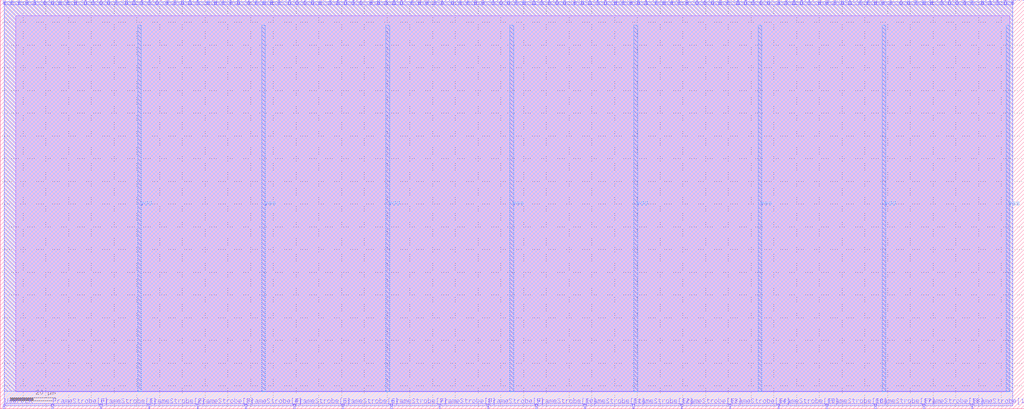
<source format=lef>
VERSION 5.7 ;
  NOWIREEXTENSIONATPIN ON ;
  DIVIDERCHAR "/" ;
  BUSBITCHARS "[]" ;
MACRO S_term_single2
  CLASS BLOCK ;
  FOREIGN S_term_single2 ;
  ORIGIN 0.000 0.000 ;
  SIZE 450.000 BY 180.000 ;
  PIN FrameStrobe[0]
    DIRECTION INPUT ;
    USE SIGNAL ;
    PORT
      LAYER Metal2 ;
        RECT 22.680 0.000 23.240 2.000 ;
    END
  END FrameStrobe[0]
  PIN FrameStrobe[10]
    DIRECTION INPUT ;
    USE SIGNAL ;
    PORT
      LAYER Metal2 ;
        RECT 235.480 0.000 236.040 2.000 ;
    END
  END FrameStrobe[10]
  PIN FrameStrobe[11]
    DIRECTION INPUT ;
    USE SIGNAL ;
    PORT
      LAYER Metal2 ;
        RECT 256.760 0.000 257.320 2.000 ;
    END
  END FrameStrobe[11]
  PIN FrameStrobe[12]
    DIRECTION INPUT ;
    USE SIGNAL ;
    PORT
      LAYER Metal2 ;
        RECT 278.040 0.000 278.600 2.000 ;
    END
  END FrameStrobe[12]
  PIN FrameStrobe[13]
    DIRECTION INPUT ;
    USE SIGNAL ;
    PORT
      LAYER Metal2 ;
        RECT 299.320 0.000 299.880 2.000 ;
    END
  END FrameStrobe[13]
  PIN FrameStrobe[14]
    DIRECTION INPUT ;
    USE SIGNAL ;
    PORT
      LAYER Metal2 ;
        RECT 320.600 0.000 321.160 2.000 ;
    END
  END FrameStrobe[14]
  PIN FrameStrobe[15]
    DIRECTION INPUT ;
    USE SIGNAL ;
    PORT
      LAYER Metal2 ;
        RECT 341.880 0.000 342.440 2.000 ;
    END
  END FrameStrobe[15]
  PIN FrameStrobe[16]
    DIRECTION INPUT ;
    USE SIGNAL ;
    PORT
      LAYER Metal2 ;
        RECT 363.160 0.000 363.720 2.000 ;
    END
  END FrameStrobe[16]
  PIN FrameStrobe[17]
    DIRECTION INPUT ;
    USE SIGNAL ;
    PORT
      LAYER Metal2 ;
        RECT 384.440 0.000 385.000 2.000 ;
    END
  END FrameStrobe[17]
  PIN FrameStrobe[18]
    DIRECTION INPUT ;
    USE SIGNAL ;
    PORT
      LAYER Metal2 ;
        RECT 405.720 0.000 406.280 2.000 ;
    END
  END FrameStrobe[18]
  PIN FrameStrobe[19]
    DIRECTION INPUT ;
    USE SIGNAL ;
    PORT
      LAYER Metal2 ;
        RECT 427.000 0.000 427.560 2.000 ;
    END
  END FrameStrobe[19]
  PIN FrameStrobe[1]
    DIRECTION INPUT ;
    USE SIGNAL ;
    PORT
      LAYER Metal2 ;
        RECT 43.960 0.000 44.520 2.000 ;
    END
  END FrameStrobe[1]
  PIN FrameStrobe[2]
    DIRECTION INPUT ;
    USE SIGNAL ;
    PORT
      LAYER Metal2 ;
        RECT 65.240 0.000 65.800 2.000 ;
    END
  END FrameStrobe[2]
  PIN FrameStrobe[3]
    DIRECTION INPUT ;
    USE SIGNAL ;
    PORT
      LAYER Metal2 ;
        RECT 86.520 0.000 87.080 2.000 ;
    END
  END FrameStrobe[3]
  PIN FrameStrobe[4]
    DIRECTION INPUT ;
    USE SIGNAL ;
    PORT
      LAYER Metal2 ;
        RECT 107.800 0.000 108.360 2.000 ;
    END
  END FrameStrobe[4]
  PIN FrameStrobe[5]
    DIRECTION INPUT ;
    USE SIGNAL ;
    PORT
      LAYER Metal2 ;
        RECT 129.080 0.000 129.640 2.000 ;
    END
  END FrameStrobe[5]
  PIN FrameStrobe[6]
    DIRECTION INPUT ;
    USE SIGNAL ;
    PORT
      LAYER Metal2 ;
        RECT 150.360 0.000 150.920 2.000 ;
    END
  END FrameStrobe[6]
  PIN FrameStrobe[7]
    DIRECTION INPUT ;
    USE SIGNAL ;
    PORT
      LAYER Metal2 ;
        RECT 171.640 0.000 172.200 2.000 ;
    END
  END FrameStrobe[7]
  PIN FrameStrobe[8]
    DIRECTION INPUT ;
    USE SIGNAL ;
    PORT
      LAYER Metal2 ;
        RECT 192.920 0.000 193.480 2.000 ;
    END
  END FrameStrobe[8]
  PIN FrameStrobe[9]
    DIRECTION INPUT ;
    USE SIGNAL ;
    PORT
      LAYER Metal2 ;
        RECT 214.200 0.000 214.760 2.000 ;
    END
  END FrameStrobe[9]
  PIN FrameStrobe_O[0]
    DIRECTION OUTPUT TRISTATE ;
    USE SIGNAL ;
    PORT
      LAYER Metal2 ;
        RECT 377.720 178.000 378.280 180.000 ;
    END
  END FrameStrobe_O[0]
  PIN FrameStrobe_O[10]
    DIRECTION OUTPUT TRISTATE ;
    USE SIGNAL ;
    PORT
      LAYER Metal2 ;
        RECT 413.560 178.000 414.120 180.000 ;
    END
  END FrameStrobe_O[10]
  PIN FrameStrobe_O[11]
    DIRECTION OUTPUT TRISTATE ;
    USE SIGNAL ;
    PORT
      LAYER Metal2 ;
        RECT 416.920 178.000 417.480 180.000 ;
    END
  END FrameStrobe_O[11]
  PIN FrameStrobe_O[12]
    DIRECTION OUTPUT TRISTATE ;
    USE SIGNAL ;
    PORT
      LAYER Metal2 ;
        RECT 420.280 178.000 420.840 180.000 ;
    END
  END FrameStrobe_O[12]
  PIN FrameStrobe_O[13]
    DIRECTION OUTPUT TRISTATE ;
    USE SIGNAL ;
    PORT
      LAYER Metal2 ;
        RECT 423.640 178.000 424.200 180.000 ;
    END
  END FrameStrobe_O[13]
  PIN FrameStrobe_O[14]
    DIRECTION OUTPUT TRISTATE ;
    USE SIGNAL ;
    PORT
      LAYER Metal2 ;
        RECT 427.000 178.000 427.560 180.000 ;
    END
  END FrameStrobe_O[14]
  PIN FrameStrobe_O[15]
    DIRECTION OUTPUT TRISTATE ;
    USE SIGNAL ;
    PORT
      LAYER Metal2 ;
        RECT 431.480 178.000 432.040 180.000 ;
    END
  END FrameStrobe_O[15]
  PIN FrameStrobe_O[16]
    DIRECTION OUTPUT TRISTATE ;
    USE SIGNAL ;
    PORT
      LAYER Metal2 ;
        RECT 434.840 178.000 435.400 180.000 ;
    END
  END FrameStrobe_O[16]
  PIN FrameStrobe_O[17]
    DIRECTION OUTPUT TRISTATE ;
    USE SIGNAL ;
    PORT
      LAYER Metal2 ;
        RECT 438.200 178.000 438.760 180.000 ;
    END
  END FrameStrobe_O[17]
  PIN FrameStrobe_O[18]
    DIRECTION OUTPUT TRISTATE ;
    USE SIGNAL ;
    PORT
      LAYER Metal2 ;
        RECT 441.560 178.000 442.120 180.000 ;
    END
  END FrameStrobe_O[18]
  PIN FrameStrobe_O[19]
    DIRECTION OUTPUT TRISTATE ;
    USE SIGNAL ;
    PORT
      LAYER Metal2 ;
        RECT 444.920 178.000 445.480 180.000 ;
    END
  END FrameStrobe_O[19]
  PIN FrameStrobe_O[1]
    DIRECTION OUTPUT TRISTATE ;
    USE SIGNAL ;
    PORT
      LAYER Metal2 ;
        RECT 381.080 178.000 381.640 180.000 ;
    END
  END FrameStrobe_O[1]
  PIN FrameStrobe_O[2]
    DIRECTION OUTPUT TRISTATE ;
    USE SIGNAL ;
    PORT
      LAYER Metal2 ;
        RECT 384.440 178.000 385.000 180.000 ;
    END
  END FrameStrobe_O[2]
  PIN FrameStrobe_O[3]
    DIRECTION OUTPUT TRISTATE ;
    USE SIGNAL ;
    PORT
      LAYER Metal2 ;
        RECT 387.800 178.000 388.360 180.000 ;
    END
  END FrameStrobe_O[3]
  PIN FrameStrobe_O[4]
    DIRECTION OUTPUT TRISTATE ;
    USE SIGNAL ;
    PORT
      LAYER Metal2 ;
        RECT 391.160 178.000 391.720 180.000 ;
    END
  END FrameStrobe_O[4]
  PIN FrameStrobe_O[5]
    DIRECTION OUTPUT TRISTATE ;
    USE SIGNAL ;
    PORT
      LAYER Metal2 ;
        RECT 395.640 178.000 396.200 180.000 ;
    END
  END FrameStrobe_O[5]
  PIN FrameStrobe_O[6]
    DIRECTION OUTPUT TRISTATE ;
    USE SIGNAL ;
    PORT
      LAYER Metal2 ;
        RECT 399.000 178.000 399.560 180.000 ;
    END
  END FrameStrobe_O[6]
  PIN FrameStrobe_O[7]
    DIRECTION OUTPUT TRISTATE ;
    USE SIGNAL ;
    PORT
      LAYER Metal2 ;
        RECT 402.360 178.000 402.920 180.000 ;
    END
  END FrameStrobe_O[7]
  PIN FrameStrobe_O[8]
    DIRECTION OUTPUT TRISTATE ;
    USE SIGNAL ;
    PORT
      LAYER Metal2 ;
        RECT 405.720 178.000 406.280 180.000 ;
    END
  END FrameStrobe_O[8]
  PIN FrameStrobe_O[9]
    DIRECTION OUTPUT TRISTATE ;
    USE SIGNAL ;
    PORT
      LAYER Metal2 ;
        RECT 409.080 178.000 409.640 180.000 ;
    END
  END FrameStrobe_O[9]
  PIN N1BEG[0]
    DIRECTION OUTPUT TRISTATE ;
    USE SIGNAL ;
    PORT
      LAYER Metal2 ;
        RECT 1.400 178.000 1.960 180.000 ;
    END
  END N1BEG[0]
  PIN N1BEG[1]
    DIRECTION OUTPUT TRISTATE ;
    USE SIGNAL ;
    PORT
      LAYER Metal2 ;
        RECT 4.760 178.000 5.320 180.000 ;
    END
  END N1BEG[1]
  PIN N1BEG[2]
    DIRECTION OUTPUT TRISTATE ;
    USE SIGNAL ;
    PORT
      LAYER Metal2 ;
        RECT 8.120 178.000 8.680 180.000 ;
    END
  END N1BEG[2]
  PIN N1BEG[3]
    DIRECTION OUTPUT TRISTATE ;
    USE SIGNAL ;
    PORT
      LAYER Metal2 ;
        RECT 11.480 178.000 12.040 180.000 ;
    END
  END N1BEG[3]
  PIN N2BEG[0]
    DIRECTION OUTPUT TRISTATE ;
    USE SIGNAL ;
    PORT
      LAYER Metal2 ;
        RECT 14.840 178.000 15.400 180.000 ;
    END
  END N2BEG[0]
  PIN N2BEG[1]
    DIRECTION OUTPUT TRISTATE ;
    USE SIGNAL ;
    PORT
      LAYER Metal2 ;
        RECT 19.320 178.000 19.880 180.000 ;
    END
  END N2BEG[1]
  PIN N2BEG[2]
    DIRECTION OUTPUT TRISTATE ;
    USE SIGNAL ;
    PORT
      LAYER Metal2 ;
        RECT 22.680 178.000 23.240 180.000 ;
    END
  END N2BEG[2]
  PIN N2BEG[3]
    DIRECTION OUTPUT TRISTATE ;
    USE SIGNAL ;
    PORT
      LAYER Metal2 ;
        RECT 26.040 178.000 26.600 180.000 ;
    END
  END N2BEG[3]
  PIN N2BEG[4]
    DIRECTION OUTPUT TRISTATE ;
    USE SIGNAL ;
    PORT
      LAYER Metal2 ;
        RECT 29.400 178.000 29.960 180.000 ;
    END
  END N2BEG[4]
  PIN N2BEG[5]
    DIRECTION OUTPUT TRISTATE ;
    USE SIGNAL ;
    PORT
      LAYER Metal2 ;
        RECT 32.760 178.000 33.320 180.000 ;
    END
  END N2BEG[5]
  PIN N2BEG[6]
    DIRECTION OUTPUT TRISTATE ;
    USE SIGNAL ;
    PORT
      LAYER Metal2 ;
        RECT 37.240 178.000 37.800 180.000 ;
    END
  END N2BEG[6]
  PIN N2BEG[7]
    DIRECTION OUTPUT TRISTATE ;
    USE SIGNAL ;
    PORT
      LAYER Metal2 ;
        RECT 40.600 178.000 41.160 180.000 ;
    END
  END N2BEG[7]
  PIN N2BEGb[0]
    DIRECTION OUTPUT TRISTATE ;
    USE SIGNAL ;
    PORT
      LAYER Metal2 ;
        RECT 43.960 178.000 44.520 180.000 ;
    END
  END N2BEGb[0]
  PIN N2BEGb[1]
    DIRECTION OUTPUT TRISTATE ;
    USE SIGNAL ;
    PORT
      LAYER Metal2 ;
        RECT 47.320 178.000 47.880 180.000 ;
    END
  END N2BEGb[1]
  PIN N2BEGb[2]
    DIRECTION OUTPUT TRISTATE ;
    USE SIGNAL ;
    PORT
      LAYER Metal2 ;
        RECT 50.680 178.000 51.240 180.000 ;
    END
  END N2BEGb[2]
  PIN N2BEGb[3]
    DIRECTION OUTPUT TRISTATE ;
    USE SIGNAL ;
    PORT
      LAYER Metal2 ;
        RECT 55.160 178.000 55.720 180.000 ;
    END
  END N2BEGb[3]
  PIN N2BEGb[4]
    DIRECTION OUTPUT TRISTATE ;
    USE SIGNAL ;
    PORT
      LAYER Metal2 ;
        RECT 58.520 178.000 59.080 180.000 ;
    END
  END N2BEGb[4]
  PIN N2BEGb[5]
    DIRECTION OUTPUT TRISTATE ;
    USE SIGNAL ;
    PORT
      LAYER Metal2 ;
        RECT 61.880 178.000 62.440 180.000 ;
    END
  END N2BEGb[5]
  PIN N2BEGb[6]
    DIRECTION OUTPUT TRISTATE ;
    USE SIGNAL ;
    PORT
      LAYER Metal2 ;
        RECT 65.240 178.000 65.800 180.000 ;
    END
  END N2BEGb[6]
  PIN N2BEGb[7]
    DIRECTION OUTPUT TRISTATE ;
    USE SIGNAL ;
    PORT
      LAYER Metal2 ;
        RECT 68.600 178.000 69.160 180.000 ;
    END
  END N2BEGb[7]
  PIN N4BEG[0]
    DIRECTION OUTPUT TRISTATE ;
    USE SIGNAL ;
    PORT
      LAYER Metal2 ;
        RECT 73.080 178.000 73.640 180.000 ;
    END
  END N4BEG[0]
  PIN N4BEG[10]
    DIRECTION OUTPUT TRISTATE ;
    USE SIGNAL ;
    PORT
      LAYER Metal2 ;
        RECT 108.920 178.000 109.480 180.000 ;
    END
  END N4BEG[10]
  PIN N4BEG[11]
    DIRECTION OUTPUT TRISTATE ;
    USE SIGNAL ;
    PORT
      LAYER Metal2 ;
        RECT 112.280 178.000 112.840 180.000 ;
    END
  END N4BEG[11]
  PIN N4BEG[12]
    DIRECTION OUTPUT TRISTATE ;
    USE SIGNAL ;
    PORT
      LAYER Metal2 ;
        RECT 115.640 178.000 116.200 180.000 ;
    END
  END N4BEG[12]
  PIN N4BEG[13]
    DIRECTION OUTPUT TRISTATE ;
    USE SIGNAL ;
    PORT
      LAYER Metal2 ;
        RECT 119.000 178.000 119.560 180.000 ;
    END
  END N4BEG[13]
  PIN N4BEG[14]
    DIRECTION OUTPUT TRISTATE ;
    USE SIGNAL ;
    PORT
      LAYER Metal2 ;
        RECT 122.360 178.000 122.920 180.000 ;
    END
  END N4BEG[14]
  PIN N4BEG[15]
    DIRECTION OUTPUT TRISTATE ;
    USE SIGNAL ;
    PORT
      LAYER Metal2 ;
        RECT 126.840 178.000 127.400 180.000 ;
    END
  END N4BEG[15]
  PIN N4BEG[1]
    DIRECTION OUTPUT TRISTATE ;
    USE SIGNAL ;
    PORT
      LAYER Metal2 ;
        RECT 76.440 178.000 77.000 180.000 ;
    END
  END N4BEG[1]
  PIN N4BEG[2]
    DIRECTION OUTPUT TRISTATE ;
    USE SIGNAL ;
    PORT
      LAYER Metal2 ;
        RECT 79.800 178.000 80.360 180.000 ;
    END
  END N4BEG[2]
  PIN N4BEG[3]
    DIRECTION OUTPUT TRISTATE ;
    USE SIGNAL ;
    PORT
      LAYER Metal2 ;
        RECT 83.160 178.000 83.720 180.000 ;
    END
  END N4BEG[3]
  PIN N4BEG[4]
    DIRECTION OUTPUT TRISTATE ;
    USE SIGNAL ;
    PORT
      LAYER Metal2 ;
        RECT 86.520 178.000 87.080 180.000 ;
    END
  END N4BEG[4]
  PIN N4BEG[5]
    DIRECTION OUTPUT TRISTATE ;
    USE SIGNAL ;
    PORT
      LAYER Metal2 ;
        RECT 91.000 178.000 91.560 180.000 ;
    END
  END N4BEG[5]
  PIN N4BEG[6]
    DIRECTION OUTPUT TRISTATE ;
    USE SIGNAL ;
    PORT
      LAYER Metal2 ;
        RECT 94.360 178.000 94.920 180.000 ;
    END
  END N4BEG[6]
  PIN N4BEG[7]
    DIRECTION OUTPUT TRISTATE ;
    USE SIGNAL ;
    PORT
      LAYER Metal2 ;
        RECT 97.720 178.000 98.280 180.000 ;
    END
  END N4BEG[7]
  PIN N4BEG[8]
    DIRECTION OUTPUT TRISTATE ;
    USE SIGNAL ;
    PORT
      LAYER Metal2 ;
        RECT 101.080 178.000 101.640 180.000 ;
    END
  END N4BEG[8]
  PIN N4BEG[9]
    DIRECTION OUTPUT TRISTATE ;
    USE SIGNAL ;
    PORT
      LAYER Metal2 ;
        RECT 104.440 178.000 105.000 180.000 ;
    END
  END N4BEG[9]
  PIN NN4BEG[0]
    DIRECTION OUTPUT TRISTATE ;
    USE SIGNAL ;
    PORT
      LAYER Metal2 ;
        RECT 130.200 178.000 130.760 180.000 ;
    END
  END NN4BEG[0]
  PIN NN4BEG[10]
    DIRECTION OUTPUT TRISTATE ;
    USE SIGNAL ;
    PORT
      LAYER Metal2 ;
        RECT 166.040 178.000 166.600 180.000 ;
    END
  END NN4BEG[10]
  PIN NN4BEG[11]
    DIRECTION OUTPUT TRISTATE ;
    USE SIGNAL ;
    PORT
      LAYER Metal2 ;
        RECT 169.400 178.000 169.960 180.000 ;
    END
  END NN4BEG[11]
  PIN NN4BEG[12]
    DIRECTION OUTPUT TRISTATE ;
    USE SIGNAL ;
    PORT
      LAYER Metal2 ;
        RECT 172.760 178.000 173.320 180.000 ;
    END
  END NN4BEG[12]
  PIN NN4BEG[13]
    DIRECTION OUTPUT TRISTATE ;
    USE SIGNAL ;
    PORT
      LAYER Metal2 ;
        RECT 176.120 178.000 176.680 180.000 ;
    END
  END NN4BEG[13]
  PIN NN4BEG[14]
    DIRECTION OUTPUT TRISTATE ;
    USE SIGNAL ;
    PORT
      LAYER Metal2 ;
        RECT 180.600 178.000 181.160 180.000 ;
    END
  END NN4BEG[14]
  PIN NN4BEG[15]
    DIRECTION OUTPUT TRISTATE ;
    USE SIGNAL ;
    PORT
      LAYER Metal2 ;
        RECT 183.960 178.000 184.520 180.000 ;
    END
  END NN4BEG[15]
  PIN NN4BEG[1]
    DIRECTION OUTPUT TRISTATE ;
    USE SIGNAL ;
    PORT
      LAYER Metal2 ;
        RECT 133.560 178.000 134.120 180.000 ;
    END
  END NN4BEG[1]
  PIN NN4BEG[2]
    DIRECTION OUTPUT TRISTATE ;
    USE SIGNAL ;
    PORT
      LAYER Metal2 ;
        RECT 136.920 178.000 137.480 180.000 ;
    END
  END NN4BEG[2]
  PIN NN4BEG[3]
    DIRECTION OUTPUT TRISTATE ;
    USE SIGNAL ;
    PORT
      LAYER Metal2 ;
        RECT 140.280 178.000 140.840 180.000 ;
    END
  END NN4BEG[3]
  PIN NN4BEG[4]
    DIRECTION OUTPUT TRISTATE ;
    USE SIGNAL ;
    PORT
      LAYER Metal2 ;
        RECT 144.760 178.000 145.320 180.000 ;
    END
  END NN4BEG[4]
  PIN NN4BEG[5]
    DIRECTION OUTPUT TRISTATE ;
    USE SIGNAL ;
    PORT
      LAYER Metal2 ;
        RECT 148.120 178.000 148.680 180.000 ;
    END
  END NN4BEG[5]
  PIN NN4BEG[6]
    DIRECTION OUTPUT TRISTATE ;
    USE SIGNAL ;
    PORT
      LAYER Metal2 ;
        RECT 151.480 178.000 152.040 180.000 ;
    END
  END NN4BEG[6]
  PIN NN4BEG[7]
    DIRECTION OUTPUT TRISTATE ;
    USE SIGNAL ;
    PORT
      LAYER Metal2 ;
        RECT 154.840 178.000 155.400 180.000 ;
    END
  END NN4BEG[7]
  PIN NN4BEG[8]
    DIRECTION OUTPUT TRISTATE ;
    USE SIGNAL ;
    PORT
      LAYER Metal2 ;
        RECT 158.200 178.000 158.760 180.000 ;
    END
  END NN4BEG[8]
  PIN NN4BEG[9]
    DIRECTION OUTPUT TRISTATE ;
    USE SIGNAL ;
    PORT
      LAYER Metal2 ;
        RECT 162.680 178.000 163.240 180.000 ;
    END
  END NN4BEG[9]
  PIN S1END[0]
    DIRECTION INPUT ;
    USE SIGNAL ;
    PORT
      LAYER Metal2 ;
        RECT 187.320 178.000 187.880 180.000 ;
    END
  END S1END[0]
  PIN S1END[1]
    DIRECTION INPUT ;
    USE SIGNAL ;
    PORT
      LAYER Metal2 ;
        RECT 190.680 178.000 191.240 180.000 ;
    END
  END S1END[1]
  PIN S1END[2]
    DIRECTION INPUT ;
    USE SIGNAL ;
    PORT
      LAYER Metal2 ;
        RECT 194.040 178.000 194.600 180.000 ;
    END
  END S1END[2]
  PIN S1END[3]
    DIRECTION INPUT ;
    USE SIGNAL ;
    PORT
      LAYER Metal2 ;
        RECT 198.520 178.000 199.080 180.000 ;
    END
  END S1END[3]
  PIN S2END[0]
    DIRECTION INPUT ;
    USE SIGNAL ;
    PORT
      LAYER Metal2 ;
        RECT 229.880 178.000 230.440 180.000 ;
    END
  END S2END[0]
  PIN S2END[1]
    DIRECTION INPUT ;
    USE SIGNAL ;
    PORT
      LAYER Metal2 ;
        RECT 234.360 178.000 234.920 180.000 ;
    END
  END S2END[1]
  PIN S2END[2]
    DIRECTION INPUT ;
    USE SIGNAL ;
    PORT
      LAYER Metal2 ;
        RECT 237.720 178.000 238.280 180.000 ;
    END
  END S2END[2]
  PIN S2END[3]
    DIRECTION INPUT ;
    USE SIGNAL ;
    PORT
      LAYER Metal2 ;
        RECT 241.080 178.000 241.640 180.000 ;
    END
  END S2END[3]
  PIN S2END[4]
    DIRECTION INPUT ;
    USE SIGNAL ;
    PORT
      LAYER Metal2 ;
        RECT 244.440 178.000 245.000 180.000 ;
    END
  END S2END[4]
  PIN S2END[5]
    DIRECTION INPUT ;
    USE SIGNAL ;
    PORT
      LAYER Metal2 ;
        RECT 247.800 178.000 248.360 180.000 ;
    END
  END S2END[5]
  PIN S2END[6]
    DIRECTION INPUT ;
    USE SIGNAL ;
    PORT
      LAYER Metal2 ;
        RECT 252.280 178.000 252.840 180.000 ;
    END
  END S2END[6]
  PIN S2END[7]
    DIRECTION INPUT ;
    USE SIGNAL ;
    PORT
      LAYER Metal2 ;
        RECT 255.640 178.000 256.200 180.000 ;
    END
  END S2END[7]
  PIN S2MID[0]
    DIRECTION INPUT ;
    USE SIGNAL ;
    PORT
      LAYER Metal2 ;
        RECT 201.880 178.000 202.440 180.000 ;
    END
  END S2MID[0]
  PIN S2MID[1]
    DIRECTION INPUT ;
    USE SIGNAL ;
    PORT
      LAYER Metal2 ;
        RECT 205.240 178.000 205.800 180.000 ;
    END
  END S2MID[1]
  PIN S2MID[2]
    DIRECTION INPUT ;
    USE SIGNAL ;
    PORT
      LAYER Metal2 ;
        RECT 208.600 178.000 209.160 180.000 ;
    END
  END S2MID[2]
  PIN S2MID[3]
    DIRECTION INPUT ;
    USE SIGNAL ;
    PORT
      LAYER Metal2 ;
        RECT 211.960 178.000 212.520 180.000 ;
    END
  END S2MID[3]
  PIN S2MID[4]
    DIRECTION INPUT ;
    USE SIGNAL ;
    PORT
      LAYER Metal2 ;
        RECT 216.440 178.000 217.000 180.000 ;
    END
  END S2MID[4]
  PIN S2MID[5]
    DIRECTION INPUT ;
    USE SIGNAL ;
    PORT
      LAYER Metal2 ;
        RECT 219.800 178.000 220.360 180.000 ;
    END
  END S2MID[5]
  PIN S2MID[6]
    DIRECTION INPUT ;
    USE SIGNAL ;
    PORT
      LAYER Metal2 ;
        RECT 223.160 178.000 223.720 180.000 ;
    END
  END S2MID[6]
  PIN S2MID[7]
    DIRECTION INPUT ;
    USE SIGNAL ;
    PORT
      LAYER Metal2 ;
        RECT 226.520 178.000 227.080 180.000 ;
    END
  END S2MID[7]
  PIN S4END[0]
    DIRECTION INPUT ;
    USE SIGNAL ;
    PORT
      LAYER Metal2 ;
        RECT 259.000 178.000 259.560 180.000 ;
    END
  END S4END[0]
  PIN S4END[10]
    DIRECTION INPUT ;
    USE SIGNAL ;
    PORT
      LAYER Metal2 ;
        RECT 294.840 178.000 295.400 180.000 ;
    END
  END S4END[10]
  PIN S4END[11]
    DIRECTION INPUT ;
    USE SIGNAL ;
    PORT
      LAYER Metal2 ;
        RECT 298.200 178.000 298.760 180.000 ;
    END
  END S4END[11]
  PIN S4END[12]
    DIRECTION INPUT ;
    USE SIGNAL ;
    PORT
      LAYER Metal2 ;
        RECT 301.560 178.000 302.120 180.000 ;
    END
  END S4END[12]
  PIN S4END[13]
    DIRECTION INPUT ;
    USE SIGNAL ;
    PORT
      LAYER Metal2 ;
        RECT 306.040 178.000 306.600 180.000 ;
    END
  END S4END[13]
  PIN S4END[14]
    DIRECTION INPUT ;
    USE SIGNAL ;
    PORT
      LAYER Metal2 ;
        RECT 309.400 178.000 309.960 180.000 ;
    END
  END S4END[14]
  PIN S4END[15]
    DIRECTION INPUT ;
    USE SIGNAL ;
    PORT
      LAYER Metal2 ;
        RECT 312.760 178.000 313.320 180.000 ;
    END
  END S4END[15]
  PIN S4END[1]
    DIRECTION INPUT ;
    USE SIGNAL ;
    PORT
      LAYER Metal2 ;
        RECT 262.360 178.000 262.920 180.000 ;
    END
  END S4END[1]
  PIN S4END[2]
    DIRECTION INPUT ;
    USE SIGNAL ;
    PORT
      LAYER Metal2 ;
        RECT 265.720 178.000 266.280 180.000 ;
    END
  END S4END[2]
  PIN S4END[3]
    DIRECTION INPUT ;
    USE SIGNAL ;
    PORT
      LAYER Metal2 ;
        RECT 270.200 178.000 270.760 180.000 ;
    END
  END S4END[3]
  PIN S4END[4]
    DIRECTION INPUT ;
    USE SIGNAL ;
    PORT
      LAYER Metal2 ;
        RECT 273.560 178.000 274.120 180.000 ;
    END
  END S4END[4]
  PIN S4END[5]
    DIRECTION INPUT ;
    USE SIGNAL ;
    PORT
      LAYER Metal2 ;
        RECT 276.920 178.000 277.480 180.000 ;
    END
  END S4END[5]
  PIN S4END[6]
    DIRECTION INPUT ;
    USE SIGNAL ;
    PORT
      LAYER Metal2 ;
        RECT 280.280 178.000 280.840 180.000 ;
    END
  END S4END[6]
  PIN S4END[7]
    DIRECTION INPUT ;
    USE SIGNAL ;
    PORT
      LAYER Metal2 ;
        RECT 283.640 178.000 284.200 180.000 ;
    END
  END S4END[7]
  PIN S4END[8]
    DIRECTION INPUT ;
    USE SIGNAL ;
    PORT
      LAYER Metal2 ;
        RECT 288.120 178.000 288.680 180.000 ;
    END
  END S4END[8]
  PIN S4END[9]
    DIRECTION INPUT ;
    USE SIGNAL ;
    PORT
      LAYER Metal2 ;
        RECT 291.480 178.000 292.040 180.000 ;
    END
  END S4END[9]
  PIN SS4END[0]
    DIRECTION INPUT ;
    USE SIGNAL ;
    PORT
      LAYER Metal2 ;
        RECT 316.120 178.000 316.680 180.000 ;
    END
  END SS4END[0]
  PIN SS4END[10]
    DIRECTION INPUT ;
    USE SIGNAL ;
    PORT
      LAYER Metal2 ;
        RECT 351.960 178.000 352.520 180.000 ;
    END
  END SS4END[10]
  PIN SS4END[11]
    DIRECTION INPUT ;
    USE SIGNAL ;
    PORT
      LAYER Metal2 ;
        RECT 355.320 178.000 355.880 180.000 ;
    END
  END SS4END[11]
  PIN SS4END[12]
    DIRECTION INPUT ;
    USE SIGNAL ;
    PORT
      LAYER Metal2 ;
        RECT 359.800 178.000 360.360 180.000 ;
    END
  END SS4END[12]
  PIN SS4END[13]
    DIRECTION INPUT ;
    USE SIGNAL ;
    PORT
      LAYER Metal2 ;
        RECT 363.160 178.000 363.720 180.000 ;
    END
  END SS4END[13]
  PIN SS4END[14]
    DIRECTION INPUT ;
    USE SIGNAL ;
    PORT
      LAYER Metal2 ;
        RECT 366.520 178.000 367.080 180.000 ;
    END
  END SS4END[14]
  PIN SS4END[15]
    DIRECTION INPUT ;
    USE SIGNAL ;
    PORT
      LAYER Metal2 ;
        RECT 369.880 178.000 370.440 180.000 ;
    END
  END SS4END[15]
  PIN SS4END[1]
    DIRECTION INPUT ;
    USE SIGNAL ;
    PORT
      LAYER Metal2 ;
        RECT 319.480 178.000 320.040 180.000 ;
    END
  END SS4END[1]
  PIN SS4END[2]
    DIRECTION INPUT ;
    USE SIGNAL ;
    PORT
      LAYER Metal2 ;
        RECT 323.960 178.000 324.520 180.000 ;
    END
  END SS4END[2]
  PIN SS4END[3]
    DIRECTION INPUT ;
    USE SIGNAL ;
    PORT
      LAYER Metal2 ;
        RECT 327.320 178.000 327.880 180.000 ;
    END
  END SS4END[3]
  PIN SS4END[4]
    DIRECTION INPUT ;
    USE SIGNAL ;
    PORT
      LAYER Metal2 ;
        RECT 330.680 178.000 331.240 180.000 ;
    END
  END SS4END[4]
  PIN SS4END[5]
    DIRECTION INPUT ;
    USE SIGNAL ;
    PORT
      LAYER Metal2 ;
        RECT 334.040 178.000 334.600 180.000 ;
    END
  END SS4END[5]
  PIN SS4END[6]
    DIRECTION INPUT ;
    USE SIGNAL ;
    PORT
      LAYER Metal2 ;
        RECT 337.400 178.000 337.960 180.000 ;
    END
  END SS4END[6]
  PIN SS4END[7]
    DIRECTION INPUT ;
    USE SIGNAL ;
    PORT
      LAYER Metal2 ;
        RECT 341.880 178.000 342.440 180.000 ;
    END
  END SS4END[7]
  PIN SS4END[8]
    DIRECTION INPUT ;
    USE SIGNAL ;
    PORT
      LAYER Metal2 ;
        RECT 345.240 178.000 345.800 180.000 ;
    END
  END SS4END[8]
  PIN SS4END[9]
    DIRECTION INPUT ;
    USE SIGNAL ;
    PORT
      LAYER Metal2 ;
        RECT 348.600 178.000 349.160 180.000 ;
    END
  END SS4END[9]
  PIN UserCLK
    DIRECTION INPUT ;
    USE SIGNAL ;
    PORT
      LAYER Metal2 ;
        RECT 1.400 0.000 1.960 2.000 ;
    END
  END UserCLK
  PIN UserCLKo
    DIRECTION OUTPUT TRISTATE ;
    USE SIGNAL ;
    PORT
      LAYER Metal2 ;
        RECT 373.240 178.000 373.800 180.000 ;
    END
  END UserCLKo
  PIN vdd
    DIRECTION INOUT ;
    USE POWER ;
    PORT
      LAYER Metal4 ;
        RECT 60.445 7.540 62.045 168.860 ;
    END
    PORT
      LAYER Metal4 ;
        RECT 169.500 7.540 171.100 168.860 ;
    END
    PORT
      LAYER Metal4 ;
        RECT 278.555 7.540 280.155 168.860 ;
    END
    PORT
      LAYER Metal4 ;
        RECT 387.610 7.540 389.210 168.860 ;
    END
  END vdd
  PIN vss
    DIRECTION INOUT ;
    USE GROUND ;
    PORT
      LAYER Metal4 ;
        RECT 114.970 7.540 116.570 168.860 ;
    END
    PORT
      LAYER Metal4 ;
        RECT 224.025 7.540 225.625 168.860 ;
    END
    PORT
      LAYER Metal4 ;
        RECT 333.080 7.540 334.680 168.860 ;
    END
    PORT
      LAYER Metal4 ;
        RECT 442.135 7.540 443.735 168.860 ;
    END
  END vss
  OBS
      LAYER Metal1 ;
        RECT 6.720 7.540 443.735 172.890 ;
      LAYER Metal2 ;
        RECT 2.260 177.700 4.460 179.110 ;
        RECT 5.620 177.700 7.820 179.110 ;
        RECT 8.980 177.700 11.180 179.110 ;
        RECT 12.340 177.700 14.540 179.110 ;
        RECT 15.700 177.700 19.020 179.110 ;
        RECT 20.180 177.700 22.380 179.110 ;
        RECT 23.540 177.700 25.740 179.110 ;
        RECT 26.900 177.700 29.100 179.110 ;
        RECT 30.260 177.700 32.460 179.110 ;
        RECT 33.620 177.700 36.940 179.110 ;
        RECT 38.100 177.700 40.300 179.110 ;
        RECT 41.460 177.700 43.660 179.110 ;
        RECT 44.820 177.700 47.020 179.110 ;
        RECT 48.180 177.700 50.380 179.110 ;
        RECT 51.540 177.700 54.860 179.110 ;
        RECT 56.020 177.700 58.220 179.110 ;
        RECT 59.380 177.700 61.580 179.110 ;
        RECT 62.740 177.700 64.940 179.110 ;
        RECT 66.100 177.700 68.300 179.110 ;
        RECT 69.460 177.700 72.780 179.110 ;
        RECT 73.940 177.700 76.140 179.110 ;
        RECT 77.300 177.700 79.500 179.110 ;
        RECT 80.660 177.700 82.860 179.110 ;
        RECT 84.020 177.700 86.220 179.110 ;
        RECT 87.380 177.700 90.700 179.110 ;
        RECT 91.860 177.700 94.060 179.110 ;
        RECT 95.220 177.700 97.420 179.110 ;
        RECT 98.580 177.700 100.780 179.110 ;
        RECT 101.940 177.700 104.140 179.110 ;
        RECT 105.300 177.700 108.620 179.110 ;
        RECT 109.780 177.700 111.980 179.110 ;
        RECT 113.140 177.700 115.340 179.110 ;
        RECT 116.500 177.700 118.700 179.110 ;
        RECT 119.860 177.700 122.060 179.110 ;
        RECT 123.220 177.700 126.540 179.110 ;
        RECT 127.700 177.700 129.900 179.110 ;
        RECT 131.060 177.700 133.260 179.110 ;
        RECT 134.420 177.700 136.620 179.110 ;
        RECT 137.780 177.700 139.980 179.110 ;
        RECT 141.140 177.700 144.460 179.110 ;
        RECT 145.620 177.700 147.820 179.110 ;
        RECT 148.980 177.700 151.180 179.110 ;
        RECT 152.340 177.700 154.540 179.110 ;
        RECT 155.700 177.700 157.900 179.110 ;
        RECT 159.060 177.700 162.380 179.110 ;
        RECT 163.540 177.700 165.740 179.110 ;
        RECT 166.900 177.700 169.100 179.110 ;
        RECT 170.260 177.700 172.460 179.110 ;
        RECT 173.620 177.700 175.820 179.110 ;
        RECT 176.980 177.700 180.300 179.110 ;
        RECT 181.460 177.700 183.660 179.110 ;
        RECT 184.820 177.700 187.020 179.110 ;
        RECT 188.180 177.700 190.380 179.110 ;
        RECT 191.540 177.700 193.740 179.110 ;
        RECT 194.900 177.700 198.220 179.110 ;
        RECT 199.380 177.700 201.580 179.110 ;
        RECT 202.740 177.700 204.940 179.110 ;
        RECT 206.100 177.700 208.300 179.110 ;
        RECT 209.460 177.700 211.660 179.110 ;
        RECT 212.820 177.700 216.140 179.110 ;
        RECT 217.300 177.700 219.500 179.110 ;
        RECT 220.660 177.700 222.860 179.110 ;
        RECT 224.020 177.700 226.220 179.110 ;
        RECT 227.380 177.700 229.580 179.110 ;
        RECT 230.740 177.700 234.060 179.110 ;
        RECT 235.220 177.700 237.420 179.110 ;
        RECT 238.580 177.700 240.780 179.110 ;
        RECT 241.940 177.700 244.140 179.110 ;
        RECT 245.300 177.700 247.500 179.110 ;
        RECT 248.660 177.700 251.980 179.110 ;
        RECT 253.140 177.700 255.340 179.110 ;
        RECT 256.500 177.700 258.700 179.110 ;
        RECT 259.860 177.700 262.060 179.110 ;
        RECT 263.220 177.700 265.420 179.110 ;
        RECT 266.580 177.700 269.900 179.110 ;
        RECT 271.060 177.700 273.260 179.110 ;
        RECT 274.420 177.700 276.620 179.110 ;
        RECT 277.780 177.700 279.980 179.110 ;
        RECT 281.140 177.700 283.340 179.110 ;
        RECT 284.500 177.700 287.820 179.110 ;
        RECT 288.980 177.700 291.180 179.110 ;
        RECT 292.340 177.700 294.540 179.110 ;
        RECT 295.700 177.700 297.900 179.110 ;
        RECT 299.060 177.700 301.260 179.110 ;
        RECT 302.420 177.700 305.740 179.110 ;
        RECT 306.900 177.700 309.100 179.110 ;
        RECT 310.260 177.700 312.460 179.110 ;
        RECT 313.620 177.700 315.820 179.110 ;
        RECT 316.980 177.700 319.180 179.110 ;
        RECT 320.340 177.700 323.660 179.110 ;
        RECT 324.820 177.700 327.020 179.110 ;
        RECT 328.180 177.700 330.380 179.110 ;
        RECT 331.540 177.700 333.740 179.110 ;
        RECT 334.900 177.700 337.100 179.110 ;
        RECT 338.260 177.700 341.580 179.110 ;
        RECT 342.740 177.700 344.940 179.110 ;
        RECT 346.100 177.700 348.300 179.110 ;
        RECT 349.460 177.700 351.660 179.110 ;
        RECT 352.820 177.700 355.020 179.110 ;
        RECT 356.180 177.700 359.500 179.110 ;
        RECT 360.660 177.700 362.860 179.110 ;
        RECT 364.020 177.700 366.220 179.110 ;
        RECT 367.380 177.700 369.580 179.110 ;
        RECT 370.740 177.700 372.940 179.110 ;
        RECT 374.100 177.700 377.420 179.110 ;
        RECT 378.580 177.700 380.780 179.110 ;
        RECT 381.940 177.700 384.140 179.110 ;
        RECT 385.300 177.700 387.500 179.110 ;
        RECT 388.660 177.700 390.860 179.110 ;
        RECT 392.020 177.700 395.340 179.110 ;
        RECT 396.500 177.700 398.700 179.110 ;
        RECT 399.860 177.700 402.060 179.110 ;
        RECT 403.220 177.700 405.420 179.110 ;
        RECT 406.580 177.700 408.780 179.110 ;
        RECT 409.940 177.700 413.260 179.110 ;
        RECT 414.420 177.700 416.620 179.110 ;
        RECT 417.780 177.700 419.980 179.110 ;
        RECT 421.140 177.700 423.340 179.110 ;
        RECT 424.500 177.700 426.700 179.110 ;
        RECT 427.860 177.700 431.180 179.110 ;
        RECT 432.340 177.700 434.540 179.110 ;
        RECT 435.700 177.700 437.900 179.110 ;
        RECT 439.060 177.700 441.260 179.110 ;
        RECT 442.420 177.700 444.620 179.110 ;
        RECT 1.820 2.300 445.060 177.700 ;
        RECT 2.260 1.400 22.380 2.300 ;
        RECT 23.540 1.400 43.660 2.300 ;
        RECT 44.820 1.400 64.940 2.300 ;
        RECT 66.100 1.400 86.220 2.300 ;
        RECT 87.380 1.400 107.500 2.300 ;
        RECT 108.660 1.400 128.780 2.300 ;
        RECT 129.940 1.400 150.060 2.300 ;
        RECT 151.220 1.400 171.340 2.300 ;
        RECT 172.500 1.400 192.620 2.300 ;
        RECT 193.780 1.400 213.900 2.300 ;
        RECT 215.060 1.400 235.180 2.300 ;
        RECT 236.340 1.400 256.460 2.300 ;
        RECT 257.620 1.400 277.740 2.300 ;
        RECT 278.900 1.400 299.020 2.300 ;
        RECT 300.180 1.400 320.300 2.300 ;
        RECT 321.460 1.400 341.580 2.300 ;
        RECT 342.740 1.400 362.860 2.300 ;
        RECT 364.020 1.400 384.140 2.300 ;
        RECT 385.300 1.400 405.420 2.300 ;
        RECT 406.580 1.400 426.700 2.300 ;
        RECT 427.860 1.400 445.060 2.300 ;
      LAYER Metal3 ;
        RECT 1.770 7.700 445.110 179.060 ;
  END
END S_term_single2
END LIBRARY


</source>
